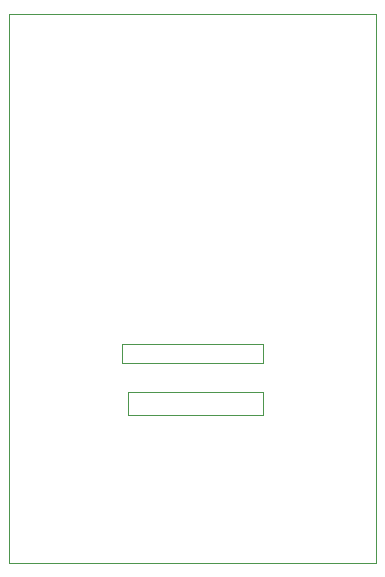
<source format=gbr>
%TF.GenerationSoftware,KiCad,Pcbnew,8.0.8*%
%TF.CreationDate,2025-01-30T22:26:20+01:00*%
%TF.ProjectId,pointMotor,706f696e-744d-46f7-946f-722e6b696361,rev?*%
%TF.SameCoordinates,Original*%
%TF.FileFunction,Profile,NP*%
%FSLAX46Y46*%
G04 Gerber Fmt 4.6, Leading zero omitted, Abs format (unit mm)*
G04 Created by KiCad (PCBNEW 8.0.8) date 2025-01-30 22:26:20*
%MOMM*%
%LPD*%
G01*
G04 APERTURE LIST*
%TA.AperFunction,Profile*%
%ADD10C,0.050000*%
%TD*%
G04 APERTURE END LIST*
D10*
X110500000Y-103000000D02*
X122000000Y-103000000D01*
X122000000Y-105000000D01*
X110500000Y-105000000D01*
X110500000Y-103000000D01*
X100500000Y-71000000D02*
X131500000Y-71000000D01*
X131500000Y-117500000D01*
X100500000Y-117500000D01*
X100500000Y-71000000D01*
%TO.C,J102*%
X110000000Y-99000000D02*
X122000000Y-99000000D01*
X122000000Y-100550000D01*
X110000000Y-100550000D01*
X110000000Y-99000000D01*
%TD*%
M02*

</source>
